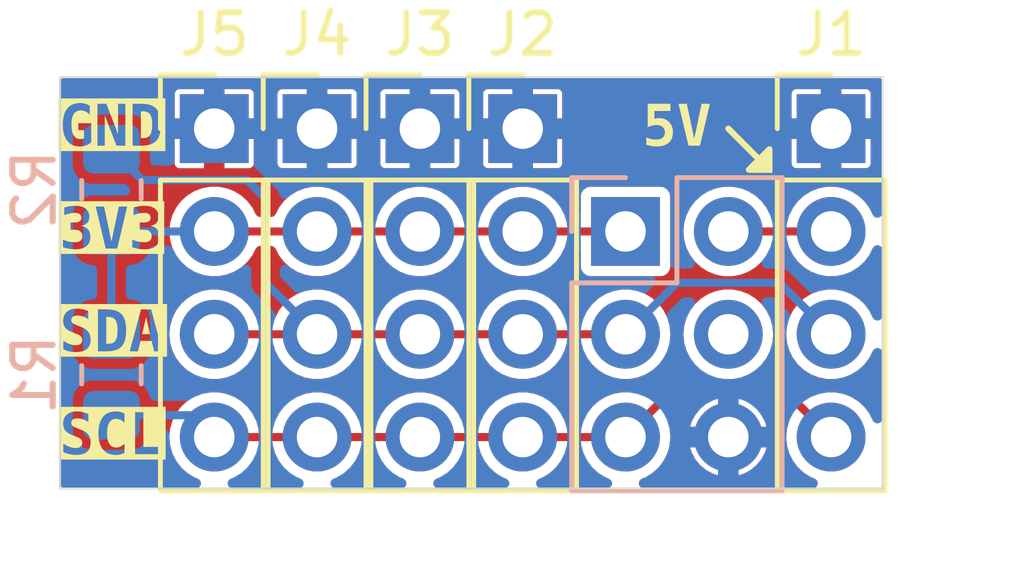
<source format=kicad_pcb>
(kicad_pcb (version 20240108) (generator "pcbnew") (generator_version "8.0")
  (title_block (title "Raspberry Pi I2C Expander") (date "2024-03-20") (rev "0.1"))
  (layers (0 "F.Cu" signal) (31 "B.Cu" signal) (34 "B.Paste" user) (35 "F.Paste" user) (36 "B.SilkS" user "B.Silkscreen") (37 "F.SilkS" user "F.Silkscreen") (38 "B.Mask" user) (39 "F.Mask" user) (44 "Edge.Cuts" user))
  (net 0 "")
  (net 1 "/SDA")
  (net 2 "+5V")
  (net 3 "GND")
  (net 4 "/SCL")
  (net 5 "+3.3V")
  (footprint "Connector_PinHeader_2.54mm:PinHeader_1x04_P2.54mm_Vertical" (layer "F.Cu") (at 68.58 71.12)
    (property "Reference" "J4" (at 0 -2.33 0) (layer "F.SilkS"))
    (property "Value" "I2C-3")
    (fp_line (start -1.33 -1.33) (end 0 -1.33) (stroke (width 0.12)) (layer "F.SilkS"))
    (fp_line (start -1.33 0) (end -1.33 -1.33) (stroke (width 0.12)) (layer "F.SilkS"))
    (fp_line (start -1.33 1.27) (end -1.33 8.95) (stroke (width 0.12)) (layer "F.SilkS"))
    (fp_line (start -1.33 1.27) (end 1.33 1.27) (stroke (width 0.12)) (layer "F.SilkS"))
    (fp_line (start -1.33 8.95) (end 1.33 8.95) (stroke (width 0.12)) (layer "F.SilkS"))
    (fp_line (start 1.33 1.27) (end 1.33 8.95) (stroke (width 0.12)) (layer "F.SilkS"))
    (pad "1" thru_hole rect (at 0 0) (size 1.7 1.7) (drill 1) (layers "*.Cu" "*.Mask") (net 3 "GND"))
    (pad "2" thru_hole oval (at 0 2.54) (size 1.7 1.7) (drill 1) (layers "*.Cu" "*.Mask") (net 5 "+3.3V"))
    (pad "3" thru_hole oval (at 0 5.08) (size 1.7 1.7) (drill 1) (layers "*.Cu" "*.Mask") (net 1 "/SDA"))
    (pad "4" thru_hole oval (at 0 7.62) (size 1.7 1.7) (drill 1) (layers "*.Cu" "*.Mask") (net 4 "/SCL"))
  )
  (footprint "Connector_PinHeader_2.54mm:PinHeader_1x04_P2.54mm_Vertical" (layer "F.Cu") (at 73.66 71.12)
    (property "Reference" "J2" (at 0 -2.33 0) (layer "F.SilkS"))
    (property "Value" "I2C-1")
    (fp_line (start -1.33 -1.33) (end 0 -1.33) (stroke (width 0.12)) (layer "F.SilkS"))
    (fp_line (start -1.33 0) (end -1.33 -1.33) (stroke (width 0.12)) (layer "F.SilkS"))
    (fp_line (start -1.33 1.27) (end -1.33 8.95) (stroke (width 0.12)) (layer "F.SilkS"))
    (fp_line (start -1.33 1.27) (end 1.33 1.27) (stroke (width 0.12)) (layer "F.SilkS"))
    (fp_line (start -1.33 8.95) (end 1.33 8.95) (stroke (width 0.12)) (layer "F.SilkS"))
    (fp_line (start 1.33 1.27) (end 1.33 8.95) (stroke (width 0.12)) (layer "F.SilkS"))
    (pad "1" thru_hole rect (at 0 0) (size 1.7 1.7) (drill 1) (layers "*.Cu" "*.Mask") (net 3 "GND"))
    (pad "2" thru_hole oval (at 0 2.54) (size 1.7 1.7) (drill 1) (layers "*.Cu" "*.Mask") (net 5 "+3.3V"))
    (pad "3" thru_hole oval (at 0 5.08) (size 1.7 1.7) (drill 1) (layers "*.Cu" "*.Mask") (net 1 "/SDA"))
    (pad "4" thru_hole oval (at 0 7.62) (size 1.7 1.7) (drill 1) (layers "*.Cu" "*.Mask") (net 4 "/SCL"))
  )
  (footprint "Connector_PinHeader_2.54mm:PinHeader_1x04_P2.54mm_Vertical" (layer "F.Cu") (at 71.12 71.12)
    (property "Reference" "J3" (at 0 -2.33 0) (layer "F.SilkS"))
    (property "Value" "I2C-2")
    (fp_line (start -1.33 -1.33) (end 0 -1.33) (stroke (width 0.12)) (layer "F.SilkS"))
    (fp_line (start -1.33 0) (end -1.33 -1.33) (stroke (width 0.12)) (layer "F.SilkS"))
    (fp_line (start -1.33 1.27) (end -1.33 8.95) (stroke (width 0.12)) (layer "F.SilkS"))
    (fp_line (start -1.33 1.27) (end 1.33 1.27) (stroke (width 0.12)) (layer "F.SilkS"))
    (fp_line (start -1.33 8.95) (end 1.33 8.95) (stroke (width 0.12)) (layer "F.SilkS"))
    (fp_line (start 1.33 1.27) (end 1.33 8.95) (stroke (width 0.12)) (layer "F.SilkS"))
    (pad "1" thru_hole rect (at 0 0) (size 1.7 1.7) (drill 1) (layers "*.Cu" "*.Mask") (net 3 "GND"))
    (pad "2" thru_hole oval (at 0 2.54) (size 1.7 1.7) (drill 1) (layers "*.Cu" "*.Mask") (net 5 "+3.3V"))
    (pad "3" thru_hole oval (at 0 5.08) (size 1.7 1.7) (drill 1) (layers "*.Cu" "*.Mask") (net 1 "/SDA"))
    (pad "4" thru_hole oval (at 0 7.62) (size 1.7 1.7) (drill 1) (layers "*.Cu" "*.Mask") (net 4 "/SCL"))
  )
  (footprint "Connector_PinHeader_2.54mm:PinHeader_1x04_P2.54mm_Vertical" (layer "F.Cu") (at 66.04 71.12)
    (property "Reference" "J5" (at 0 -2.33 0) (layer "F.SilkS"))
    (property "Value" "I2C-4")
    (fp_line (start -1.33 -1.33) (end 0 -1.33) (stroke (width 0.12)) (layer "F.SilkS"))
    (fp_line (start -1.33 0) (end -1.33 -1.33) (stroke (width 0.12)) (layer "F.SilkS"))
    (fp_line (start -1.33 1.27) (end -1.33 8.95) (stroke (width 0.12)) (layer "F.SilkS"))
    (fp_line (start -1.33 1.27) (end 1.33 1.27) (stroke (width 0.12)) (layer "F.SilkS"))
    (fp_line (start -1.33 8.95) (end 1.33 8.95) (stroke (width 0.12)) (layer "F.SilkS"))
    (fp_line (start 1.33 1.27) (end 1.33 8.95) (stroke (width 0.12)) (layer "F.SilkS"))
    (pad "1" thru_hole rect (at 0 0) (size 1.7 1.7) (drill 1) (layers "*.Cu" "*.Mask") (net 3 "GND"))
    (pad "2" thru_hole oval (at 0 2.54) (size 1.7 1.7) (drill 1) (layers "*.Cu" "*.Mask") (net 5 "+3.3V"))
    (pad "3" thru_hole oval (at 0 5.08) (size 1.7 1.7) (drill 1) (layers "*.Cu" "*.Mask") (net 1 "/SDA"))
    (pad "4" thru_hole oval (at 0 7.62) (size 1.7 1.7) (drill 1) (layers "*.Cu" "*.Mask") (net 4 "/SCL"))
  )
  (footprint "Connector_PinHeader_2.54mm:PinHeader_1x04_P2.54mm_Vertical" (layer "F.Cu") (at 81.28 71.12)
    (property "Reference" "J1" (at 0 -2.33 0) (layer "F.SilkS"))
    (property "Value" "I2C-5-5V")
    (fp_line (start -1.33 -1.33) (end 0 -1.33) (stroke (width 0.12)) (layer "F.SilkS"))
    (fp_line (start -1.33 0) (end -1.33 -1.33) (stroke (width 0.12)) (layer "F.SilkS"))
    (fp_line (start -1.33 1.27) (end -1.33 8.95) (stroke (width 0.12)) (layer "F.SilkS"))
    (fp_line (start -1.33 1.27) (end 1.33 1.27) (stroke (width 0.12)) (layer "F.SilkS"))
    (fp_line (start -1.33 8.95) (end 1.33 8.95) (stroke (width 0.12)) (layer "F.SilkS"))
    (fp_line (start 1.33 1.27) (end 1.33 8.95) (stroke (width 0.12)) (layer "F.SilkS"))
    (pad "1" thru_hole rect (at 0 0) (size 1.7 1.7) (drill 1) (layers "*.Cu" "*.Mask") (net 3 "GND"))
    (pad "2" thru_hole oval (at 0 2.54) (size 1.7 1.7) (drill 1) (layers "*.Cu" "*.Mask") (net 2 "+5V"))
    (pad "3" thru_hole oval (at 0 5.08) (size 1.7 1.7) (drill 1) (layers "*.Cu" "*.Mask") (net 1 "/SDA"))
    (pad "4" thru_hole oval (at 0 7.62) (size 1.7 1.7) (drill 1) (layers "*.Cu" "*.Mask") (net 4 "/SCL"))
  )
  (footprint "Resistor_SMD:R_0805_2012Metric_Pad1.20x1.40mm_HandSolder" (layer "B.Cu") (at 63.5 72.628 90)
    (property "Reference" "R2" (at 0 -1.905 -90) (layer "B.SilkS") (effects (justify mirror)))
    (property "Value" "R")
    (fp_line (start 0.227064 -0.735) (end -0.227064 -0.735) (stroke (width 0.12)) (layer "B.SilkS"))
    (fp_line (start 0.227064 0.735) (end -0.227064 0.735) (stroke (width 0.12)) (layer "B.SilkS"))
    (pad "1" smd roundrect (at -1 0 90) (size 1.2 1.4) (layers "B.Cu" "B.Paste" "B.Mask") (roundrect_rratio 0.208333) (net 5 "+3.3V"))
    (pad "2" smd roundrect (at 1 0 90) (size 1.2 1.4) (layers "B.Cu" "B.Paste" "B.Mask") (roundrect_rratio 0.208333) (net 1 "/SDA"))
  )
  (footprint "Resistor_SMD:R_0805_2012Metric_Pad1.20x1.40mm_HandSolder" (layer "B.Cu") (at 63.5 77.2 -90)
    (property "Reference" "R1" (at 0 1.905 90) (layer "B.SilkS") (effects (justify mirror)))
    (property "Value" "R")
    (fp_line (start 0.227064 0.735) (end -0.227064 0.735) (stroke (width 0.12)) (layer "B.SilkS"))
    (fp_line (start 0.227064 -0.735) (end -0.227064 -0.735) (stroke (width 0.12)) (layer "B.SilkS"))
    (pad "1" smd roundrect (at -1 0 270) (size 1.2 1.4) (layers "B.Cu" "B.Paste" "B.Mask") (roundrect_rratio 0.208333) (net 5 "+3.3V"))
    (pad "2" smd roundrect (at 1 0 270) (size 1.2 1.4) (layers "B.Cu" "B.Paste" "B.Mask") (roundrect_rratio 0.208333) (net 4 "/SCL"))
  )
  (footprint "Connector_PinSocket_2.54mm:PinSocket_2x03_P2.54mm_Vertical" (layer "B.Cu") (at 76.2 73.66 180)
    (property "Reference" "J7" (hide yes))
    (property "Value" "Conn_02x03_Odd_Even")
    (fp_line (start 1.33 1.33) (end 0 1.33) (stroke (width 0.12)) (layer "B.SilkS"))
    (fp_line (start 1.33 0) (end 1.33 1.33) (stroke (width 0.12)) (layer "B.SilkS"))
    (fp_line (start 1.33 -1.27) (end -1.27 -1.27) (stroke (width 0.12)) (layer "B.SilkS"))
    (fp_line (start 1.33 -6.41) (end 1.33 -1.27) (stroke (width 0.12)) (layer "B.SilkS"))
    (fp_line (start 1.33 -6.41) (end -3.87 -6.41) (stroke (width 0.12)) (layer "B.SilkS"))
    (fp_line (start -1.27 1.33) (end -3.87 1.33) (stroke (width 0.12)) (layer "B.SilkS"))
    (fp_line (start -1.27 -1.27) (end -1.27 1.33) (stroke (width 0.12)) (layer "B.SilkS"))
    (fp_line (start -3.87 -6.41) (end -3.87 1.33) (stroke (width 0.12)) (layer "B.SilkS"))
    (pad "1" thru_hole rect (at 0 0 180) (size 1.7 1.7) (drill 1) (layers "*.Cu" "*.Mask") (net 5 "+3.3V"))
    (pad "2" thru_hole oval (at -2.54 0 180) (size 1.7 1.7) (drill 1) (layers "*.Cu" "*.Mask") (net 2 "+5V"))
    (pad "3" thru_hole oval (at 0 -2.54 180) (size 1.7 1.7) (drill 1) (layers "*.Cu" "*.Mask") (net 1 "/SDA"))
    (pad "4" thru_hole oval (at -2.54 -2.54 180) (size 1.7 1.7) (drill 1) (layers "*.Cu" "*.Mask") (net 2 "+5V"))
    (pad "5" thru_hole oval (at 0 -5.08 180) (size 1.7 1.7) (drill 1) (layers "*.Cu" "*.Mask") (net 4 "/SCL"))
    (pad "6" thru_hole oval (at -2.54 -5.08 180) (size 1.7 1.7) (drill 1) (layers "*.Cu" "*.Mask") (net 3 "GND"))
  )
  (gr_poly (pts (xy 79.756 72.136) (xy 79.756 71.628) (xy 79.248 72.136)) (stroke (width 0.15)) (fill solid) (layer "F.SilkS"))
  (gr_line (start 78.74 71.12) (end 79.756 72.136) (stroke (width 0.15)) (layer "F.SilkS"))
  (gr_rect (start 62.23 69.85) (end 82.55 80.01) (stroke (width 0.05)) (fill none) (layer "Edge.Cuts"))
  (gr_text "SDA" (at 63.5 76.2 0) (layer "F.SilkS" knockout) (effects (font (size 1.016 1.016) (thickness 0.127) (bold yes))))
  (gr_text "SCL" (at 63.5 78.74 0) (layer "F.SilkS" knockout) (effects (font (size 1.016 1.016) (thickness 0.127) (bold yes))))
  (gr_text "5V" (at 77.47 71.12 0) (layer "F.SilkS") (effects (font (size 1.016 1.016) (thickness 0.127) (bold yes))))
  (gr_text "GND" (at 63.5 71.12 0) (layer "F.SilkS" knockout) (effects (font (size 1.016 1.016) (thickness 0.127) (bold yes))))
  (gr_text "3V3" (at 63.5 73.66 0) (layer "F.SilkS" knockout) (effects (font (size 1.016 1.016) (thickness 0.127) (bold yes))))
  (segment (start 66.04 76.2) (end 76.2 76.2) (width 0.2) (layer "F.Cu") (net 1))
  (segment (start 64.262 72.39) (end 66.853173 72.39) (width 0.2) (layer "B.Cu") (net 1))
  (segment (start 81.28 76.2) (end 80.01 74.93) (width 0.2) (layer "B.Cu") (net 1))
  (segment (start 67.31 74.93) (end 68.58 76.2) (width 0.2) (layer "B.Cu") (net 1))
  (segment (start 80.01 74.93) (end 77.47 74.93) (width 0.2) (layer "B.Cu") (net 1))
  (segment (start 67.31 72.846827) (end 67.31 74.93) (width 0.2) (layer "B.Cu") (net 1))
  (segment (start 63.5 71.628) (end 64.262 72.39) (width 0.2) (layer "B.Cu") (net 1))
  (segment (start 77.47 74.93) (end 76.2 76.2) (width 0.2) (layer "B.Cu") (net 1))
  (segment (start 66.853173 72.39) (end 67.31 72.846827) (width 0.2) (layer "B.Cu") (net 1))
  (segment (start 78.74 73.66) (end 81.28 73.66) (width 0.2) (layer "F.Cu") (net 2))
  (segment (start 66.548 71.12) (end 73.66 71.12) (width 0.2) (layer "F.Cu") (net 3))
  (segment (start 66.04 71.12) (end 66.548 71.12) (width 0.2) (layer "F.Cu") (net 3))
  (segment (start 81.28 78.74) (end 80.13 77.59) (width 0.2) (layer "F.Cu") (net 4))
  (segment (start 77.35 77.59) (end 76.2 78.74) (width 0.2) (layer "F.Cu") (net 4))
  (segment (start 66.04 78.74) (end 76.2 78.74) (width 0.2) (layer "F.Cu") (net 4))
  (segment (start 80.13 77.59) (end 77.35 77.59) (width 0.2) (layer "F.Cu") (net 4))
  (segment (start 63.5 78.2) (end 65.5 78.2) (width 0.2) (layer "B.Cu") (net 4))
  (segment (start 65.5 78.2) (end 66.04 78.74) (width 0.2) (layer "B.Cu") (net 4))
  (segment (start 66.04 73.66) (end 76.2 73.66) (width 0.2) (layer "F.Cu") (net 5))
  (segment (start 63.5 73.628) (end 63.5 76.2) (width 0.2) (layer "B.Cu") (net 5))
  (segment (start 65.532 73.66) (end 63.5 73.66) (width 0.2) (layer "B.Cu") (net 5))
  (segment (start 66.04 73.66) (end 65.532 73.66) (width 0.2) (layer "B.Cu") (net 5))
  (zone (net 3) (net_name "GND") (layers "F&B.Cu") (connect_pads (clearance 0.254)) (min_thickness 0.254) (fill yes (thermal_gap 0.127) (thermal_bridge_width 0.508))
    (polygon (pts (xy 62.23 69.85) (xy 62.23 80.01) (xy 82.55 80.01) (xy 82.55 69.85)))
  )
)
</source>
